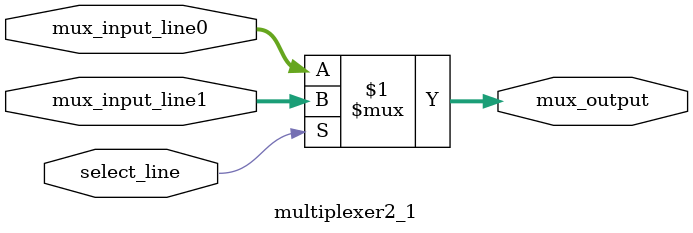
<source format=v>
`timescale 1ns / 1ps

module multiplexer2_1(
 	input [15:0] mux_input_line0,
	input [15:0] mux_input_line1,
	
	input select_line,
	
	output [15:0] mux_output
    );
	 
	assign mux_output = select_line ? mux_input_line1 : mux_input_line0;
	
endmodule

</source>
